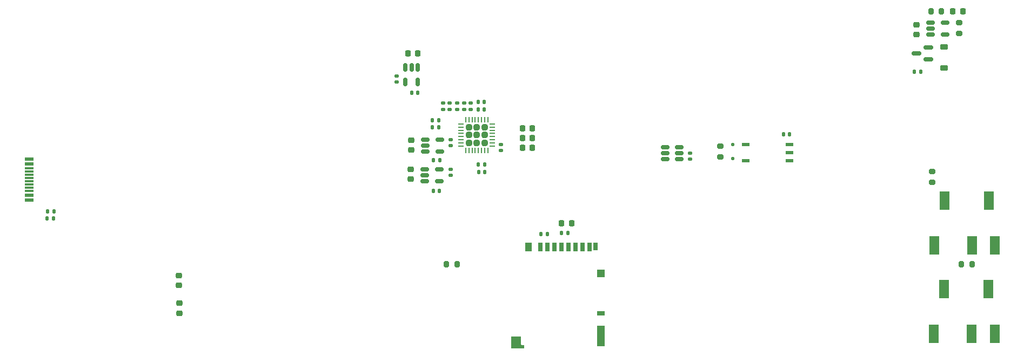
<source format=gtp>
%TF.GenerationSoftware,KiCad,Pcbnew,8.0.2*%
%TF.CreationDate,2024-10-21T17:53:15+02:00*%
%TF.ProjectId,teensyAudioMidi,7465656e-7379-4417-9564-696f4d696469,rev?*%
%TF.SameCoordinates,Original*%
%TF.FileFunction,Paste,Top*%
%TF.FilePolarity,Positive*%
%FSLAX46Y46*%
G04 Gerber Fmt 4.6, Leading zero omitted, Abs format (unit mm)*
G04 Created by KiCad (PCBNEW 8.0.2) date 2024-10-21 17:53:15*
%MOMM*%
%LPD*%
G01*
G04 APERTURE LIST*
G04 Aperture macros list*
%AMRoundRect*
0 Rectangle with rounded corners*
0 $1 Rounding radius*
0 $2 $3 $4 $5 $6 $7 $8 $9 X,Y pos of 4 corners*
0 Add a 4 corners polygon primitive as box body*
4,1,4,$2,$3,$4,$5,$6,$7,$8,$9,$2,$3,0*
0 Add four circle primitives for the rounded corners*
1,1,$1+$1,$2,$3*
1,1,$1+$1,$4,$5*
1,1,$1+$1,$6,$7*
1,1,$1+$1,$8,$9*
0 Add four rect primitives between the rounded corners*
20,1,$1+$1,$2,$3,$4,$5,0*
20,1,$1+$1,$4,$5,$6,$7,0*
20,1,$1+$1,$6,$7,$8,$9,0*
20,1,$1+$1,$8,$9,$2,$3,0*%
%AMRotRect*
0 Rectangle, with rotation*
0 The origin of the aperture is its center*
0 $1 length*
0 $2 width*
0 $3 Rotation angle, in degrees counterclockwise*
0 Add horizontal line*
21,1,$1,$2,0,0,$3*%
G04 Aperture macros list end*
%ADD10RoundRect,0.135000X-0.135000X-0.185000X0.135000X-0.185000X0.135000X0.185000X-0.135000X0.185000X0*%
%ADD11RoundRect,0.150000X-0.512500X-0.150000X0.512500X-0.150000X0.512500X0.150000X-0.512500X0.150000X0*%
%ADD12RoundRect,0.200000X0.275000X-0.200000X0.275000X0.200000X-0.275000X0.200000X-0.275000X-0.200000X0*%
%ADD13RoundRect,0.200000X0.200000X0.275000X-0.200000X0.275000X-0.200000X-0.275000X0.200000X-0.275000X0*%
%ADD14RoundRect,0.150000X0.587500X0.150000X-0.587500X0.150000X-0.587500X-0.150000X0.587500X-0.150000X0*%
%ADD15RoundRect,0.218750X-0.218750X-0.256250X0.218750X-0.256250X0.218750X0.256250X-0.218750X0.256250X0*%
%ADD16RoundRect,0.225000X-0.375000X0.225000X-0.375000X-0.225000X0.375000X-0.225000X0.375000X0.225000X0*%
%ADD17RoundRect,0.225000X0.250000X-0.225000X0.250000X0.225000X-0.250000X0.225000X-0.250000X-0.225000X0*%
%ADD18RoundRect,0.140000X0.140000X0.170000X-0.140000X0.170000X-0.140000X-0.170000X0.140000X-0.170000X0*%
%ADD19RoundRect,0.200000X-0.200000X-0.275000X0.200000X-0.275000X0.200000X0.275000X-0.200000X0.275000X0*%
%ADD20RoundRect,0.140000X0.170000X-0.140000X0.170000X0.140000X-0.170000X0.140000X-0.170000X-0.140000X0*%
%ADD21RoundRect,0.225000X-0.250000X0.225000X-0.250000X-0.225000X0.250000X-0.225000X0.250000X0.225000X0*%
%ADD22RoundRect,0.200000X-0.275000X0.200000X-0.275000X-0.200000X0.275000X-0.200000X0.275000X0.200000X0*%
%ADD23RoundRect,0.225000X0.225000X0.250000X-0.225000X0.250000X-0.225000X-0.250000X0.225000X-0.250000X0*%
%ADD24R,1.450000X0.600000*%
%ADD25R,1.450000X0.300000*%
%ADD26RoundRect,0.135000X-0.185000X0.135000X-0.185000X-0.135000X0.185000X-0.135000X0.185000X0.135000X0*%
%ADD27RoundRect,0.140000X-0.170000X0.140000X-0.170000X-0.140000X0.170000X-0.140000X0.170000X0.140000X0*%
%ADD28RoundRect,0.140000X-0.140000X-0.170000X0.140000X-0.170000X0.140000X0.170000X-0.140000X0.170000X0*%
%ADD29RoundRect,0.225000X-0.225000X-0.250000X0.225000X-0.250000X0.225000X0.250000X-0.225000X0.250000X0*%
%ADD30R,1.208024X0.466344*%
%ADD31R,1.500000X3.000000*%
%ADD32RoundRect,0.150000X-0.150000X0.512500X-0.150000X-0.512500X0.150000X-0.512500X0.150000X0.512500X0*%
%ADD33RoundRect,0.135000X0.135000X0.185000X-0.135000X0.185000X-0.135000X-0.185000X0.135000X-0.185000X0*%
%ADD34RoundRect,0.125000X-0.125000X0.125000X-0.125000X-0.125000X0.125000X-0.125000X0.125000X0.125000X0*%
%ADD35RoundRect,0.242500X0.242500X-0.242500X0.242500X0.242500X-0.242500X0.242500X-0.242500X-0.242500X0*%
%ADD36RoundRect,0.062500X0.062500X-0.337500X0.062500X0.337500X-0.062500X0.337500X-0.062500X-0.337500X0*%
%ADD37RoundRect,0.062500X0.337500X-0.062500X0.337500X0.062500X-0.337500X0.062500X-0.337500X-0.062500X0*%
%ADD38R,0.700000X1.400000*%
%ADD39R,0.700000X1.200000*%
%ADD40R,1.200000X0.800000*%
%ADD41R,1.500000X1.900000*%
%ADD42RotRect,0.200000X0.200000X45.000000*%
%ADD43R,0.500000X0.500000*%
%ADD44R,1.000000X1.400000*%
%ADD45R,1.200000X1.200000*%
%ADD46R,1.200000X3.200000*%
G04 APERTURE END LIST*
D10*
X176690000Y-35920000D03*
X177710000Y-35920000D03*
D11*
X179255000Y-28205000D03*
X179255000Y-29155000D03*
X179255000Y-30105000D03*
X181530000Y-30105000D03*
X181530000Y-28205000D03*
D12*
X183770000Y-29900000D03*
X183770000Y-28250000D03*
D13*
X180965000Y-26460000D03*
X179315000Y-26460000D03*
D14*
X178940000Y-34005000D03*
X178940000Y-32105000D03*
X177065000Y-33055000D03*
D15*
X182742500Y-26460000D03*
X184317500Y-26460000D03*
D16*
X181352500Y-32062500D03*
X181352500Y-35362500D03*
D17*
X177030000Y-30110000D03*
X177030000Y-28560000D03*
D18*
X102347500Y-49840000D03*
X101387500Y-49840000D03*
D19*
X103385000Y-66190000D03*
X105035000Y-66190000D03*
D20*
X95565000Y-37552500D03*
X95565000Y-36592500D03*
D10*
X101165000Y-43540000D03*
X102185000Y-43540000D03*
D21*
X61500000Y-67900000D03*
X61500000Y-69450000D03*
D22*
X179500000Y-51595000D03*
X179500000Y-53245000D03*
D23*
X116830000Y-47850000D03*
X115280000Y-47850000D03*
D24*
X37995000Y-49610000D03*
X37995000Y-50410000D03*
D25*
X37995000Y-51610000D03*
X37995000Y-52610000D03*
X37995000Y-53110000D03*
X37995000Y-54110000D03*
D24*
X37995000Y-55310000D03*
X37995000Y-56110000D03*
X37995000Y-56110000D03*
X37995000Y-55310000D03*
D25*
X37995000Y-54610000D03*
X37995000Y-53610000D03*
X37995000Y-52110000D03*
X37995000Y-51110000D03*
D24*
X37995000Y-50410000D03*
X37995000Y-49610000D03*
D26*
X103920000Y-40840000D03*
X103920000Y-41860000D03*
D10*
X101150000Y-44680000D03*
X102170000Y-44680000D03*
D18*
X122410000Y-61220000D03*
X121450000Y-61220000D03*
D27*
X104065000Y-51245000D03*
X104065000Y-52205000D03*
D11*
X137632500Y-47740000D03*
X137632500Y-48690000D03*
X137632500Y-49640000D03*
X139907500Y-49640000D03*
X139907500Y-48690000D03*
X139907500Y-47740000D03*
D28*
X108380000Y-40700000D03*
X109340000Y-40700000D03*
D11*
X100012500Y-51250000D03*
X100012500Y-52200000D03*
X100012500Y-53150000D03*
X102287500Y-53150000D03*
X102287500Y-51250000D03*
D23*
X116845000Y-46310000D03*
X115295000Y-46310000D03*
D29*
X121455000Y-59700000D03*
X123005000Y-59700000D03*
D26*
X106140000Y-40850000D03*
X106140000Y-41870000D03*
D30*
X150276600Y-47320000D03*
X150276600Y-49860000D03*
X157160000Y-49860000D03*
X157160000Y-48590000D03*
X157160000Y-47320000D03*
D26*
X107230000Y-40820000D03*
X107230000Y-41840000D03*
D27*
X111900000Y-47320000D03*
X111900000Y-48280000D03*
D31*
X188350000Y-56152500D03*
X181450000Y-56152500D03*
X185750000Y-63152500D03*
X189350000Y-63152500D03*
X179850000Y-63152500D03*
D28*
X156210000Y-45760000D03*
X157170000Y-45760000D03*
D10*
X40860000Y-57830000D03*
X41880000Y-57830000D03*
D32*
X98880000Y-35285000D03*
X97930000Y-35285000D03*
X96980000Y-35285000D03*
X96980000Y-37560000D03*
X98880000Y-37560000D03*
D13*
X185735000Y-66170000D03*
X184085000Y-66170000D03*
D10*
X40850000Y-58940000D03*
X41870000Y-58940000D03*
D23*
X116840000Y-44790000D03*
X115290000Y-44790000D03*
D31*
X188280000Y-70050000D03*
X181380000Y-70050000D03*
X185680000Y-77050000D03*
X189280000Y-77050000D03*
X179780000Y-77050000D03*
D21*
X97897500Y-46640000D03*
X97897500Y-48190000D03*
X61560000Y-72290000D03*
X61560000Y-73840000D03*
D33*
X119240000Y-61440000D03*
X118220000Y-61440000D03*
D27*
X141567500Y-48690000D03*
X141567500Y-49650000D03*
D26*
X102870000Y-40825000D03*
X102870000Y-41845000D03*
D11*
X100080000Y-46590000D03*
X100080000Y-47540000D03*
X100080000Y-48490000D03*
X102355000Y-48490000D03*
X102355000Y-46590000D03*
D26*
X105050000Y-40860000D03*
X105050000Y-41880000D03*
D34*
X148276528Y-47347164D03*
X148276528Y-49547164D03*
D23*
X98880000Y-33022500D03*
X97330000Y-33022500D03*
D21*
X97755000Y-51250000D03*
X97755000Y-52800000D03*
D35*
X106960000Y-47070000D03*
X108160000Y-47070000D03*
X109360000Y-47070000D03*
X106960000Y-45870000D03*
X108160000Y-45870000D03*
X109360000Y-45870000D03*
X106960000Y-44670000D03*
X108160000Y-44670000D03*
X109360000Y-44670000D03*
D36*
X106410000Y-48320000D03*
X106910000Y-48320000D03*
X107410000Y-48320000D03*
X107910000Y-48320000D03*
X108410000Y-48320000D03*
X108910000Y-48320000D03*
X109410000Y-48320000D03*
X109910000Y-48320000D03*
D37*
X110610000Y-47620000D03*
X110610000Y-47120000D03*
X110610000Y-46620000D03*
X110610000Y-46120000D03*
X110610000Y-45620000D03*
X110610000Y-45120000D03*
X110610000Y-44620000D03*
X110610000Y-44120000D03*
D36*
X109910000Y-43420000D03*
X109410000Y-43420000D03*
X108910000Y-43420000D03*
X108410000Y-43420000D03*
X107910000Y-43420000D03*
X107410000Y-43420000D03*
X106910000Y-43420000D03*
X106410000Y-43420000D03*
D37*
X105710000Y-44120000D03*
X105710000Y-44620000D03*
X105710000Y-45120000D03*
X105710000Y-45620000D03*
X105710000Y-46120000D03*
X105710000Y-46620000D03*
X105710000Y-47120000D03*
X105710000Y-47620000D03*
D38*
X118125000Y-63430000D03*
X119225000Y-63430000D03*
X120325000Y-63430000D03*
X121425000Y-63430000D03*
X122525000Y-63430000D03*
X123625000Y-63430000D03*
X124725000Y-63430000D03*
X125825000Y-63430000D03*
D39*
X126775000Y-63330000D03*
D40*
X127625000Y-73830000D03*
D41*
X114325000Y-78430000D03*
D42*
X115075000Y-78880000D03*
D43*
X115325000Y-79130000D03*
D44*
X116225000Y-63430000D03*
D45*
X127625000Y-67630000D03*
D46*
X127625000Y-77430000D03*
D28*
X108390000Y-41890000D03*
X109350000Y-41890000D03*
X108400000Y-50520000D03*
X109360000Y-50520000D03*
D27*
X104087500Y-46595000D03*
X104087500Y-47555000D03*
D18*
X98895000Y-39232500D03*
X97935000Y-39232500D03*
X102295000Y-54655000D03*
X101335000Y-54655000D03*
D22*
X146340000Y-47635000D03*
X146340000Y-49285000D03*
D28*
X108440000Y-51680000D03*
X109400000Y-51680000D03*
M02*

</source>
